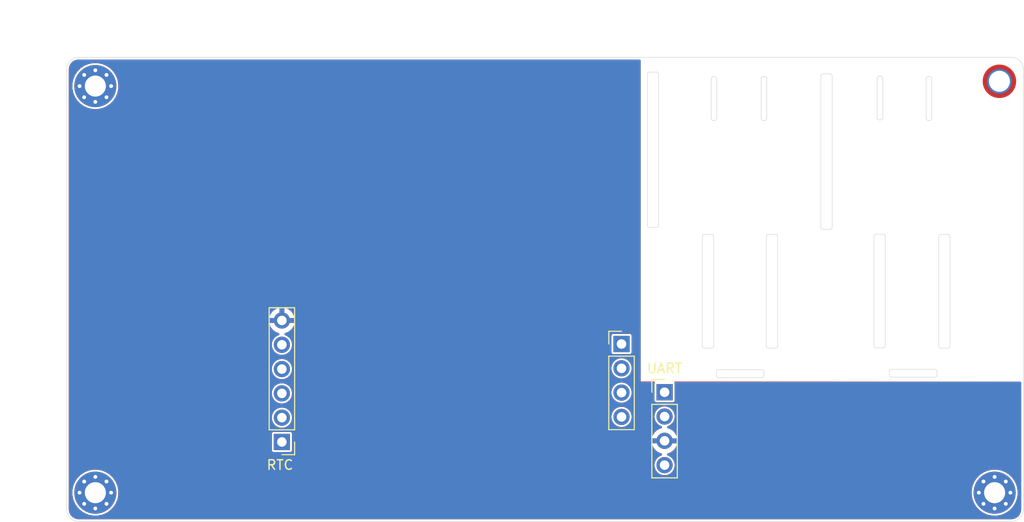
<source format=kicad_pcb>
(kicad_pcb (version 20171130) (host pcbnew 5.1.9-73d0e3b20d~88~ubuntu18.04.1)

  (general
    (thickness 1.6)
    (drawings 106)
    (tracks 0)
    (zones 0)
    (modules 7)
    (nets 9)
  )

  (page A4)
  (title_block
    (date 2021-03-25)
    (rev 1)
  )

  (layers
    (0 F.Cu signal)
    (31 B.Cu signal)
    (32 B.Adhes user)
    (33 F.Adhes user)
    (34 B.Paste user)
    (35 F.Paste user)
    (36 B.SilkS user)
    (37 F.SilkS user)
    (38 B.Mask user)
    (39 F.Mask user)
    (40 Dwgs.User user)
    (41 Cmts.User user)
    (42 Eco1.User user)
    (43 Eco2.User user)
    (44 Edge.Cuts user)
    (45 Margin user)
    (46 B.CrtYd user)
    (47 F.CrtYd user)
    (48 B.Fab user)
    (49 F.Fab user)
  )

  (setup
    (last_trace_width 0.25)
    (trace_clearance 0.2)
    (zone_clearance 0.2)
    (zone_45_only no)
    (trace_min 0.2)
    (via_size 0.8)
    (via_drill 0.4)
    (via_min_size 0.4)
    (via_min_drill 0.3)
    (uvia_size 0.3)
    (uvia_drill 0.1)
    (uvias_allowed no)
    (uvia_min_size 0.2)
    (uvia_min_drill 0.1)
    (edge_width 0.05)
    (segment_width 0.2)
    (pcb_text_width 0.3)
    (pcb_text_size 1.5 1.5)
    (mod_edge_width 0.12)
    (mod_text_size 1 1)
    (mod_text_width 0.15)
    (pad_size 1.524 1.524)
    (pad_drill 0.762)
    (pad_to_mask_clearance 0)
    (aux_axis_origin 0 0)
    (grid_origin 97.5 70.5)
    (visible_elements FFFFEF7F)
    (pcbplotparams
      (layerselection 0x010f0_ffffffff)
      (usegerberextensions false)
      (usegerberattributes false)
      (usegerberadvancedattributes false)
      (creategerberjobfile false)
      (excludeedgelayer true)
      (linewidth 0.100000)
      (plotframeref false)
      (viasonmask false)
      (mode 1)
      (useauxorigin false)
      (hpglpennumber 1)
      (hpglpenspeed 20)
      (hpglpendiameter 15.000000)
      (psnegative false)
      (psa4output false)
      (plotreference true)
      (plotvalue false)
      (plotinvisibletext false)
      (padsonsilk true)
      (subtractmaskfromsilk false)
      (outputformat 1)
      (mirror false)
      (drillshape 0)
      (scaleselection 1)
      (outputdirectory "gerber/single/"))
  )

  (net 0 "")
  (net 1 GND)
  (net 2 +3V3)
  (net 3 "Net-(J101-Pad1)")
  (net 4 "Net-(J101-Pad2)")
  (net 5 /L-SDL)
  (net 6 /L-SDA)
  (net 7 /RX)
  (net 8 /TX)

  (net_class Default "This is the default net class."
    (clearance 0.2)
    (trace_width 0.25)
    (via_dia 0.8)
    (via_drill 0.4)
    (uvia_dia 0.3)
    (uvia_drill 0.1)
    (add_net /L-SDA)
    (add_net /L-SDL)
    (add_net /RX)
    (add_net /TX)
    (add_net GND)
    (add_net "Net-(J101-Pad1)")
    (add_net "Net-(J101-Pad2)")
  )

  (net_class "AC Main" ""
    (clearance 0.2)
    (trace_width 0.25)
    (via_dia 0.8)
    (via_drill 0.4)
    (uvia_dia 0.3)
    (uvia_drill 0.1)
  )

  (net_class "Power 2A" ""
    (clearance 0.2)
    (trace_width 0.7)
    (via_dia 0.8)
    (via_drill 0.4)
    (uvia_dia 0.3)
    (uvia_drill 0.1)
    (add_net +3V3)
  )

  (module Connector_PinHeader_2.54mm:PinHeader_1x06_P2.54mm_Vertical locked (layer F.Cu) (tedit 59FED5CC) (tstamp 605AF3D0)
    (at 120 110.7 180)
    (descr "Through hole straight pin header, 1x06, 2.54mm pitch, single row")
    (tags "Through hole pin header THT 1x06 2.54mm single row")
    (path /60626341)
    (fp_text reference J101 (at 0 -2.33) (layer F.SilkS) hide
      (effects (font (size 1 1) (thickness 0.15)))
    )
    (fp_text value RTC (at 0.2 -2.4) (layer F.SilkS)
      (effects (font (size 1 1) (thickness 0.15)))
    )
    (fp_line (start 1.8 -1.8) (end -1.8 -1.8) (layer F.CrtYd) (width 0.05))
    (fp_line (start 1.8 14.5) (end 1.8 -1.8) (layer F.CrtYd) (width 0.05))
    (fp_line (start -1.8 14.5) (end 1.8 14.5) (layer F.CrtYd) (width 0.05))
    (fp_line (start -1.8 -1.8) (end -1.8 14.5) (layer F.CrtYd) (width 0.05))
    (fp_line (start -1.33 -1.33) (end 0 -1.33) (layer F.SilkS) (width 0.12))
    (fp_line (start -1.33 0) (end -1.33 -1.33) (layer F.SilkS) (width 0.12))
    (fp_line (start -1.33 1.27) (end 1.33 1.27) (layer F.SilkS) (width 0.12))
    (fp_line (start 1.33 1.27) (end 1.33 14.03) (layer F.SilkS) (width 0.12))
    (fp_line (start -1.33 1.27) (end -1.33 14.03) (layer F.SilkS) (width 0.12))
    (fp_line (start -1.33 14.03) (end 1.33 14.03) (layer F.SilkS) (width 0.12))
    (fp_line (start -1.27 -0.635) (end -0.635 -1.27) (layer F.Fab) (width 0.1))
    (fp_line (start -1.27 13.97) (end -1.27 -0.635) (layer F.Fab) (width 0.1))
    (fp_line (start 1.27 13.97) (end -1.27 13.97) (layer F.Fab) (width 0.1))
    (fp_line (start 1.27 -1.27) (end 1.27 13.97) (layer F.Fab) (width 0.1))
    (fp_line (start -0.635 -1.27) (end 1.27 -1.27) (layer F.Fab) (width 0.1))
    (fp_text user %R (at 0 6.35 90) (layer F.Fab) hide
      (effects (font (size 1 1) (thickness 0.15)))
    )
    (pad 1 thru_hole rect (at 0 0 180) (size 1.7 1.7) (drill 1) (layers *.Cu *.Mask)
      (net 3 "Net-(J101-Pad1)"))
    (pad 2 thru_hole oval (at 0 2.54 180) (size 1.7 1.7) (drill 1) (layers *.Cu *.Mask)
      (net 4 "Net-(J101-Pad2)"))
    (pad 3 thru_hole oval (at 0 5.08 180) (size 1.7 1.7) (drill 1) (layers *.Cu *.Mask)
      (net 5 /L-SDL))
    (pad 4 thru_hole oval (at 0 7.62 180) (size 1.7 1.7) (drill 1) (layers *.Cu *.Mask)
      (net 6 /L-SDA))
    (pad 5 thru_hole oval (at 0 10.16 180) (size 1.7 1.7) (drill 1) (layers *.Cu *.Mask)
      (net 2 +3V3))
    (pad 6 thru_hole oval (at 0 12.7 180) (size 1.7 1.7) (drill 1) (layers *.Cu *.Mask)
      (net 1 GND))
    (model "/home/cs-du/Documents/Kicad Libs/3D-Models/ds3231-real-time-timer-1.snapshot.2/DS3231 Timer Assembly.stp"
      (offset (xyz -41.75 -3.3 2))
      (scale (xyz 1 1 1))
      (rotate (xyz 0 180 0))
    )
  )

  (module MountingHole:MountingHole_2.2mm_M2_ISO7380_Pad_TopOnly locked (layer F.Cu) (tedit 56D1B4CB) (tstamp 605C826E)
    (at 195 73)
    (descr "Mounting Hole 2.2mm, M2, ISO7380")
    (tags "mounting hole 2.2mm m2 iso7380")
    (attr virtual)
    (fp_text reference REF** (at 0 -3.2) (layer F.SilkS) hide
      (effects (font (size 1 1) (thickness 0.15)))
    )
    (fp_text value MountingHole_2.2mm_M2_ISO7380_Pad_TopOnly (at 0 3.2) (layer F.Fab) hide
      (effects (font (size 1 1) (thickness 0.15)))
    )
    (fp_circle (center 0 0) (end 1.75 0) (layer Cmts.User) (width 0.15))
    (fp_circle (center 0 0) (end 2 0) (layer F.CrtYd) (width 0.05))
    (fp_text user %R (at 0.3 0) (layer F.Fab) hide
      (effects (font (size 1 1) (thickness 0.15)))
    )
    (pad 1 connect circle (at 0 0) (size 3.5 3.5) (layers F.Cu F.Mask))
    (pad 1 thru_hole circle (at 0 0) (size 2.6 2.6) (drill 2.2) (layers *.Cu *.Mask))
  )

  (module Connector_PinHeader_2.54mm:PinHeader_1x04_P2.54mm_Vertical locked (layer F.Cu) (tedit 59FED5CC) (tstamp 605AAAAE)
    (at 155.5 100.46)
    (descr "Through hole straight pin header, 1x04, 2.54mm pitch, single row")
    (tags "Through hole pin header THT 1x04 2.54mm single row")
    (fp_text reference REF** (at 0 -2.33) (layer F.SilkS) hide
      (effects (font (size 1 1) (thickness 0.15)))
    )
    (fp_text value PinHeader_1x04_P2.54mm_Vertical (at 0 9.95) (layer F.Fab) hide
      (effects (font (size 1 1) (thickness 0.15)))
    )
    (fp_line (start 1.8 -1.8) (end -1.8 -1.8) (layer F.CrtYd) (width 0.05))
    (fp_line (start 1.8 9.4) (end 1.8 -1.8) (layer F.CrtYd) (width 0.05))
    (fp_line (start -1.8 9.4) (end 1.8 9.4) (layer F.CrtYd) (width 0.05))
    (fp_line (start -1.8 -1.8) (end -1.8 9.4) (layer F.CrtYd) (width 0.05))
    (fp_line (start -1.33 -1.33) (end 0 -1.33) (layer F.SilkS) (width 0.12))
    (fp_line (start -1.33 0) (end -1.33 -1.33) (layer F.SilkS) (width 0.12))
    (fp_line (start -1.33 1.27) (end 1.33 1.27) (layer F.SilkS) (width 0.12))
    (fp_line (start 1.33 1.27) (end 1.33 8.95) (layer F.SilkS) (width 0.12))
    (fp_line (start -1.33 1.27) (end -1.33 8.95) (layer F.SilkS) (width 0.12))
    (fp_line (start -1.33 8.95) (end 1.33 8.95) (layer F.SilkS) (width 0.12))
    (fp_line (start -1.27 -0.635) (end -0.635 -1.27) (layer F.Fab) (width 0.1))
    (fp_line (start -1.27 8.89) (end -1.27 -0.635) (layer F.Fab) (width 0.1))
    (fp_line (start 1.27 8.89) (end -1.27 8.89) (layer F.Fab) (width 0.1))
    (fp_line (start 1.27 -1.27) (end 1.27 8.89) (layer F.Fab) (width 0.1))
    (fp_line (start -0.635 -1.27) (end 1.27 -1.27) (layer F.Fab) (width 0.1))
    (fp_text user %R (at 0 3.81 90) (layer F.Fab) hide
      (effects (font (size 1 1) (thickness 0.15)))
    )
    (pad 4 thru_hole oval (at 0 7.62) (size 1.7 1.7) (drill 1) (layers *.Cu *.Mask))
    (pad 3 thru_hole oval (at 0 5.08) (size 1.7 1.7) (drill 1) (layers *.Cu *.Mask))
    (pad 2 thru_hole oval (at 0 2.54) (size 1.7 1.7) (drill 1) (layers *.Cu *.Mask))
    (pad 1 thru_hole rect (at 0 0) (size 1.7 1.7) (drill 1) (layers *.Cu *.Mask))
    (model ${KISYS3DMOD}/Connector_PinHeader_2.54mm.3dshapes/PinHeader_1x04_P2.54mm_Vertical.wrl
      (at (xyz 0 0 0))
      (scale (xyz 1 1 1))
      (rotate (xyz 0 0 0))
    )
  )

  (module MountingHole:MountingHole_2.2mm_M2_Pad_Via locked (layer F.Cu) (tedit 56DDB9C7) (tstamp 605B691E)
    (at 100.5 73.5)
    (descr "Mounting Hole 2.2mm, M2")
    (tags "mounting hole 2.2mm m2")
    (attr virtual)
    (fp_text reference REF** (at 0 -3.2) (layer F.SilkS) hide
      (effects (font (size 1 1) (thickness 0.15)))
    )
    (fp_text value MountingHole_2.2mm_M2_Pad_Via (at 0 3.2) (layer F.Fab) hide
      (effects (font (size 1 1) (thickness 0.15)))
    )
    (fp_circle (center 0 0) (end 2.2 0) (layer Cmts.User) (width 0.15))
    (fp_circle (center 0 0) (end 2.45 0) (layer F.CrtYd) (width 0.05))
    (fp_text user %R (at 0.3 0) (layer F.Fab) hide
      (effects (font (size 1 1) (thickness 0.15)))
    )
    (pad 1 thru_hole circle (at 0 0) (size 4.4 4.4) (drill 2.2) (layers *.Cu *.Mask))
    (pad 1 thru_hole circle (at 1.65 0) (size 0.7 0.7) (drill 0.4) (layers *.Cu *.Mask))
    (pad 1 thru_hole circle (at 1.166726 1.166726) (size 0.7 0.7) (drill 0.4) (layers *.Cu *.Mask))
    (pad 1 thru_hole circle (at 0 1.65) (size 0.7 0.7) (drill 0.4) (layers *.Cu *.Mask))
    (pad 1 thru_hole circle (at -1.166726 1.166726) (size 0.7 0.7) (drill 0.4) (layers *.Cu *.Mask))
    (pad 1 thru_hole circle (at -1.65 0) (size 0.7 0.7) (drill 0.4) (layers *.Cu *.Mask))
    (pad 1 thru_hole circle (at -1.166726 -1.166726) (size 0.7 0.7) (drill 0.4) (layers *.Cu *.Mask))
    (pad 1 thru_hole circle (at 0 -1.65) (size 0.7 0.7) (drill 0.4) (layers *.Cu *.Mask))
    (pad 1 thru_hole circle (at 1.166726 -1.166726) (size 0.7 0.7) (drill 0.4) (layers *.Cu *.Mask))
  )

  (module MountingHole:MountingHole_2.2mm_M2_Pad_Via locked (layer F.Cu) (tedit 56DDB9C7) (tstamp 605B677E)
    (at 100.5 116)
    (descr "Mounting Hole 2.2mm, M2")
    (tags "mounting hole 2.2mm m2")
    (attr virtual)
    (fp_text reference REF** (at 0 -3.2) (layer F.SilkS) hide
      (effects (font (size 1 1) (thickness 0.15)))
    )
    (fp_text value MountingHole_2.2mm_M2_Pad_Via (at 0 3.2) (layer F.Fab) hide
      (effects (font (size 1 1) (thickness 0.15)))
    )
    (fp_circle (center 0 0) (end 2.2 0) (layer Cmts.User) (width 0.15))
    (fp_circle (center 0 0) (end 2.45 0) (layer F.CrtYd) (width 0.05))
    (fp_text user %R (at 0.3 0) (layer F.Fab) hide
      (effects (font (size 1 1) (thickness 0.15)))
    )
    (pad 1 thru_hole circle (at 1.166726 -1.166726) (size 0.7 0.7) (drill 0.4) (layers *.Cu *.Mask))
    (pad 1 thru_hole circle (at 0 -1.65) (size 0.7 0.7) (drill 0.4) (layers *.Cu *.Mask))
    (pad 1 thru_hole circle (at -1.166726 -1.166726) (size 0.7 0.7) (drill 0.4) (layers *.Cu *.Mask))
    (pad 1 thru_hole circle (at -1.65 0) (size 0.7 0.7) (drill 0.4) (layers *.Cu *.Mask))
    (pad 1 thru_hole circle (at -1.166726 1.166726) (size 0.7 0.7) (drill 0.4) (layers *.Cu *.Mask))
    (pad 1 thru_hole circle (at 0 1.65) (size 0.7 0.7) (drill 0.4) (layers *.Cu *.Mask))
    (pad 1 thru_hole circle (at 1.166726 1.166726) (size 0.7 0.7) (drill 0.4) (layers *.Cu *.Mask))
    (pad 1 thru_hole circle (at 1.65 0) (size 0.7 0.7) (drill 0.4) (layers *.Cu *.Mask))
    (pad 1 thru_hole circle (at 0 0) (size 4.4 4.4) (drill 2.2) (layers *.Cu *.Mask))
  )

  (module MountingHole:MountingHole_2.2mm_M2_Pad_Via locked (layer F.Cu) (tedit 56DDB9C7) (tstamp 605B671A)
    (at 194.5 116)
    (descr "Mounting Hole 2.2mm, M2")
    (tags "mounting hole 2.2mm m2")
    (attr virtual)
    (fp_text reference REF** (at 0 -3.2) (layer F.SilkS) hide
      (effects (font (size 1 1) (thickness 0.15)))
    )
    (fp_text value MountingHole_2.2mm_M2_Pad_Via (at 0 3.2) (layer F.Fab) hide
      (effects (font (size 1 1) (thickness 0.15)))
    )
    (fp_circle (center 0 0) (end 2.2 0) (layer Cmts.User) (width 0.15))
    (fp_circle (center 0 0) (end 2.45 0) (layer F.CrtYd) (width 0.05))
    (fp_text user %R (at 0.3 0) (layer F.Fab) hide
      (effects (font (size 1 1) (thickness 0.15)))
    )
    (pad 1 thru_hole circle (at 0 0) (size 4.4 4.4) (drill 2.2) (layers *.Cu *.Mask))
    (pad 1 thru_hole circle (at 1.65 0) (size 0.7 0.7) (drill 0.4) (layers *.Cu *.Mask))
    (pad 1 thru_hole circle (at 1.166726 1.166726) (size 0.7 0.7) (drill 0.4) (layers *.Cu *.Mask))
    (pad 1 thru_hole circle (at 0 1.65) (size 0.7 0.7) (drill 0.4) (layers *.Cu *.Mask))
    (pad 1 thru_hole circle (at -1.166726 1.166726) (size 0.7 0.7) (drill 0.4) (layers *.Cu *.Mask))
    (pad 1 thru_hole circle (at -1.65 0) (size 0.7 0.7) (drill 0.4) (layers *.Cu *.Mask))
    (pad 1 thru_hole circle (at -1.166726 -1.166726) (size 0.7 0.7) (drill 0.4) (layers *.Cu *.Mask))
    (pad 1 thru_hole circle (at 0 -1.65) (size 0.7 0.7) (drill 0.4) (layers *.Cu *.Mask))
    (pad 1 thru_hole circle (at 1.166726 -1.166726) (size 0.7 0.7) (drill 0.4) (layers *.Cu *.Mask))
  )

  (module Connector_PinHeader_2.54mm:PinHeader_1x04_P2.54mm_Vertical locked (layer F.Cu) (tedit 59FED5CC) (tstamp 605AF3E8)
    (at 160 105.5)
    (descr "Through hole straight pin header, 1x04, 2.54mm pitch, single row")
    (tags "Through hole pin header THT 1x04 2.54mm single row")
    (path /605BB00E)
    (fp_text reference J102 (at 0 -2.33) (layer F.SilkS) hide
      (effects (font (size 1 1) (thickness 0.15)))
    )
    (fp_text value UART (at 0 -2.5) (layer F.SilkS)
      (effects (font (size 1 1) (thickness 0.15)))
    )
    (fp_line (start -0.635 -1.27) (end 1.27 -1.27) (layer F.Fab) (width 0.1))
    (fp_line (start 1.27 -1.27) (end 1.27 8.89) (layer F.Fab) (width 0.1))
    (fp_line (start 1.27 8.89) (end -1.27 8.89) (layer F.Fab) (width 0.1))
    (fp_line (start -1.27 8.89) (end -1.27 -0.635) (layer F.Fab) (width 0.1))
    (fp_line (start -1.27 -0.635) (end -0.635 -1.27) (layer F.Fab) (width 0.1))
    (fp_line (start -1.33 8.95) (end 1.33 8.95) (layer F.SilkS) (width 0.12))
    (fp_line (start -1.33 1.27) (end -1.33 8.95) (layer F.SilkS) (width 0.12))
    (fp_line (start 1.33 1.27) (end 1.33 8.95) (layer F.SilkS) (width 0.12))
    (fp_line (start -1.33 1.27) (end 1.33 1.27) (layer F.SilkS) (width 0.12))
    (fp_line (start -1.33 0) (end -1.33 -1.33) (layer F.SilkS) (width 0.12))
    (fp_line (start -1.33 -1.33) (end 0 -1.33) (layer F.SilkS) (width 0.12))
    (fp_line (start -1.8 -1.8) (end -1.8 9.4) (layer F.CrtYd) (width 0.05))
    (fp_line (start -1.8 9.4) (end 1.8 9.4) (layer F.CrtYd) (width 0.05))
    (fp_line (start 1.8 9.4) (end 1.8 -1.8) (layer F.CrtYd) (width 0.05))
    (fp_line (start 1.8 -1.8) (end -1.8 -1.8) (layer F.CrtYd) (width 0.05))
    (fp_text user %R (at 0 3.81 90) (layer F.Fab) hide
      (effects (font (size 1 1) (thickness 0.15)))
    )
    (pad 4 thru_hole oval (at 0 7.62) (size 1.7 1.7) (drill 1) (layers *.Cu *.Mask)
      (net 2 +3V3))
    (pad 3 thru_hole oval (at 0 5.08) (size 1.7 1.7) (drill 1) (layers *.Cu *.Mask)
      (net 1 GND))
    (pad 2 thru_hole oval (at 0 2.54) (size 1.7 1.7) (drill 1) (layers *.Cu *.Mask)
      (net 7 /RX))
    (pad 1 thru_hole rect (at 0 0) (size 1.7 1.7) (drill 1) (layers *.Cu *.Mask)
      (net 8 /TX))
    (model ${KISYS3DMOD}/Connector_PinSocket_2.54mm.3dshapes/PinSocket_1x04_P2.54mm_Vertical.step
      (at (xyz 0 0 0))
      (scale (xyz 1 1 1))
      (rotate (xyz 0 0 0))
    )
    (model "/home/cs-du/Documents/Kicad Libs/3D-Models/hc-05-bluetooth-module-4.snapshot.3/HC-05 Bluetooth Module.stp"
      (offset (xyz -7 44 82))
      (scale (xyz 1 1 1))
      (rotate (xyz 0 90 180))
    )
  )

  (gr_arc (start 177.29 72.45) (end 177.515 72.45) (angle -90) (layer Edge.Cuts) (width 0.05) (tstamp 605C9662))
  (gr_line (start 176.565 72.225) (end 177.29 72.225) (layer Edge.Cuts) (width 0.05) (tstamp 605C9667))
  (gr_line (start 177.515 72.45) (end 177.515 88.25) (layer Edge.Cuts) (width 0.05) (tstamp 605C9666))
  (gr_line (start 177.29 88.475) (end 176.565 88.475) (layer Edge.Cuts) (width 0.05) (tstamp 605C9665))
  (gr_line (start 176.34 88.25) (end 176.34 72.45) (layer Edge.Cuts) (width 0.05) (tstamp 605C9664))
  (gr_arc (start 176.565 72.45) (end 176.565 72.225) (angle -90) (layer Edge.Cuts) (width 0.05) (tstamp 605C6F90))
  (gr_arc (start 176.565 88.25) (end 176.34 88.25) (angle -90) (layer Edge.Cuts) (width 0.05) (tstamp 605C9661))
  (gr_arc (start 177.29 88.25) (end 177.29 88.475) (angle -90) (layer Edge.Cuts) (width 0.05) (tstamp 605C9660))
  (gr_line (start 170.165 103.98) (end 165.645 103.98) (layer Edge.Cuts) (width 0.05) (tstamp 605C180F))
  (gr_arc (start 165.645 103.755) (end 165.42 103.755) (angle -90) (layer Edge.Cuts) (width 0.05) (tstamp 605C1833))
  (gr_arc (start 165.645 103.38) (end 165.645 103.155) (angle -90) (layer Edge.Cuts) (width 0.05) (tstamp 605C1809))
  (gr_line (start 165.42 103.755) (end 165.42 103.38) (layer Edge.Cuts) (width 0.05) (tstamp 605C1830))
  (gr_arc (start 170.165 103.755) (end 170.165 103.98) (angle -90) (layer Edge.Cuts) (width 0.05) (tstamp 605C1803))
  (gr_line (start 170.39 103.38) (end 170.39 103.755) (layer Edge.Cuts) (width 0.05) (tstamp 605C1800))
  (gr_arc (start 170.165 103.38) (end 170.39 103.38) (angle -90) (layer Edge.Cuts) (width 0.05) (tstamp 605C17FD))
  (gr_line (start 165.645 103.155) (end 170.165 103.155) (layer Edge.Cuts) (width 0.05) (tstamp 605C17FA))
  (gr_line (start 189.61 100.895) (end 188.885 100.895) (layer Edge.Cuts) (width 0.05) (tstamp 605C729A))
  (gr_line (start 188.885 89.005) (end 189.61 89.005) (layer Edge.Cuts) (width 0.05) (tstamp 605C7297))
  (gr_line (start 189.835 89.23) (end 189.835 100.67) (layer Edge.Cuts) (width 0.05) (tstamp 605C7294))
  (gr_line (start 188.66 100.67) (end 188.66 89.23) (layer Edge.Cuts) (width 0.05) (tstamp 605C7291))
  (gr_arc (start 188.885 89.23) (end 188.885 89.005) (angle -90) (layer Edge.Cuts) (width 0.05) (tstamp 605C728E))
  (gr_arc (start 188.885 100.67) (end 188.66 100.67) (angle -90) (layer Edge.Cuts) (width 0.05) (tstamp 605C728B))
  (gr_arc (start 189.61 89.23) (end 189.835 89.23) (angle -90) (layer Edge.Cuts) (width 0.05) (tstamp 605C7288))
  (gr_arc (start 189.61 100.67) (end 189.61 100.895) (angle -90) (layer Edge.Cuts) (width 0.05) (tstamp 605C7285))
  (gr_line (start 182.84 100.865) (end 182.115 100.865) (layer Edge.Cuts) (width 0.05) (tstamp 605C7282))
  (gr_line (start 182.115 88.975) (end 182.84 88.975) (layer Edge.Cuts) (width 0.05) (tstamp 605C727F))
  (gr_line (start 183.065 89.2) (end 183.065 100.64) (layer Edge.Cuts) (width 0.05) (tstamp 605C727C))
  (gr_line (start 181.89 100.64) (end 181.89 89.2) (layer Edge.Cuts) (width 0.05) (tstamp 605C7279))
  (gr_arc (start 182.115 89.2) (end 182.115 88.975) (angle -90) (layer Edge.Cuts) (width 0.05) (tstamp 605C7276))
  (gr_arc (start 182.115 100.64) (end 181.89 100.64) (angle -90) (layer Edge.Cuts) (width 0.05) (tstamp 605C7273))
  (gr_arc (start 182.84 89.2) (end 183.065 89.2) (angle -90) (layer Edge.Cuts) (width 0.05) (tstamp 605C7270))
  (gr_arc (start 182.84 100.64) (end 182.84 100.865) (angle -90) (layer Edge.Cuts) (width 0.05) (tstamp 605C726D))
  (gr_line (start 171.59 100.895) (end 170.865 100.895) (layer Edge.Cuts) (width 0.05) (tstamp 605C726A))
  (gr_line (start 170.865 89.005) (end 171.59 89.005) (layer Edge.Cuts) (width 0.05) (tstamp 605C7267))
  (gr_line (start 171.815 89.23) (end 171.815 100.67) (layer Edge.Cuts) (width 0.05) (tstamp 605C7264))
  (gr_line (start 170.64 100.67) (end 170.64 89.23) (layer Edge.Cuts) (width 0.05) (tstamp 605C7261))
  (gr_arc (start 170.865 89.23) (end 170.865 89.005) (angle -90) (layer Edge.Cuts) (width 0.05) (tstamp 605C725E))
  (gr_arc (start 170.865 100.67) (end 170.64 100.67) (angle -90) (layer Edge.Cuts) (width 0.05) (tstamp 605C725B))
  (gr_arc (start 171.59 89.23) (end 171.815 89.23) (angle -90) (layer Edge.Cuts) (width 0.05) (tstamp 605C7258))
  (gr_arc (start 171.59 100.67) (end 171.59 100.895) (angle -90) (layer Edge.Cuts) (width 0.05) (tstamp 605C7255))
  (gr_line (start 164.175 89.005) (end 164.9 89.005) (layer Edge.Cuts) (width 0.05) (tstamp 605C7252))
  (gr_line (start 165.125 89.23) (end 165.125 100.67) (layer Edge.Cuts) (width 0.05) (tstamp 605C724F))
  (gr_line (start 164.9 100.895) (end 164.175 100.895) (layer Edge.Cuts) (width 0.05) (tstamp 605C724C))
  (gr_line (start 163.95 100.67) (end 163.95 89.23) (layer Edge.Cuts) (width 0.05) (tstamp 605C7249))
  (gr_arc (start 164.175 89.23) (end 164.175 89.005) (angle -90) (layer Edge.Cuts) (width 0.05) (tstamp 605C7246))
  (gr_arc (start 164.9 89.23) (end 165.125 89.23) (angle -90) (layer Edge.Cuts) (width 0.05) (tstamp 605C7243))
  (gr_arc (start 164.175 100.67) (end 163.95 100.67) (angle -90) (layer Edge.Cuts) (width 0.05) (tstamp 605C7240))
  (gr_arc (start 164.9 100.67) (end 164.9 100.895) (angle -90) (layer Edge.Cuts) (width 0.05) (tstamp 605C723D))
  (gr_arc (start 188.25 103.7) (end 188.25 103.925) (angle -90) (layer Edge.Cuts) (width 0.05) (tstamp 605C804F))
  (gr_arc (start 183.73 103.7) (end 183.505 103.7) (angle -90) (layer Edge.Cuts) (width 0.05) (tstamp 605C8957))
  (gr_arc (start 183.73 103.325) (end 183.73 103.1) (angle -90) (layer Edge.Cuts) (width 0.05) (tstamp 605C895A))
  (gr_line (start 183.73 103.1) (end 188.25 103.1) (layer Edge.Cuts) (width 0.05) (tstamp 605C8960))
  (gr_line (start 183.505 103.7) (end 183.505 103.325) (layer Edge.Cuts) (width 0.05) (tstamp 605C895D))
  (gr_arc (start 188.25 103.325) (end 188.475 103.325) (angle -90) (layer Edge.Cuts) (width 0.05) (tstamp 605C804A))
  (gr_line (start 188.25 103.925) (end 183.73 103.925) (layer Edge.Cuts) (width 0.05) (tstamp 605C8954))
  (gr_line (start 188.475 103.325) (end 188.475 103.7) (layer Edge.Cuts) (width 0.05) (tstamp 605C8048))
  (gr_arc (start 187.705 72.725) (end 187.93 72.725) (angle -90) (layer Edge.Cuts) (width 0.05) (tstamp 605C8904))
  (gr_arc (start 187.565 72.73) (end 187.565 72.505) (angle -90) (layer Edge.Cuts) (width 0.05) (tstamp 605C8949))
  (gr_arc (start 187.565 76.86) (end 187.34 76.86) (angle -90) (layer Edge.Cuts) (width 0.05) (tstamp 605C88B9))
  (gr_line (start 187.7 77.085) (end 187.565 77.085) (layer Edge.Cuts) (width 0.05) (tstamp 605C872D))
  (gr_line (start 187.34 76.86) (end 187.34 72.73) (layer Edge.Cuts) (width 0.05) (tstamp 605C881A))
  (gr_arc (start 187.705 76.86) (end 187.705 77.085) (angle -90) (layer Edge.Cuts) (width 0.05) (tstamp 605C888C))
  (gr_line (start 187.565 72.505) (end 187.705 72.5) (layer Edge.Cuts) (width 0.05) (tstamp 605C8919))
  (gr_line (start 187.93 72.725) (end 187.93 76.86) (layer Edge.Cuts) (width 0.05) (tstamp 605C8871))
  (gr_arc (start 182.585 72.675) (end 182.81 72.675) (angle -90) (layer Edge.Cuts) (width 0.05) (tstamp 605C895B))
  (gr_arc (start 182.445 72.68) (end 182.445 72.455) (angle -90) (layer Edge.Cuts) (width 0.05) (tstamp 605C8898))
  (gr_arc (start 182.445 76.81) (end 182.22 76.81) (angle -90) (layer Edge.Cuts) (width 0.05) (tstamp 605C8736))
  (gr_line (start 182.58 77.035) (end 182.445 77.035) (layer Edge.Cuts) (width 0.05) (tstamp 605C887A))
  (gr_line (start 182.22 76.81) (end 182.22 72.68) (layer Edge.Cuts) (width 0.05) (tstamp 605C87F6))
  (gr_arc (start 182.585 76.81) (end 182.585 77.035) (angle -90) (layer Edge.Cuts) (width 0.05) (tstamp 605C8757))
  (gr_line (start 182.445 72.455) (end 182.585 72.45) (layer Edge.Cuts) (width 0.05) (tstamp 605C875A))
  (gr_line (start 182.81 72.675) (end 182.81 76.81) (layer Edge.Cuts) (width 0.05) (tstamp 605C88B6))
  (gr_arc (start 170.455 72.735) (end 170.68 72.735) (angle -90) (layer Edge.Cuts) (width 0.05) (tstamp 605C880E))
  (gr_arc (start 170.315 72.74) (end 170.315 72.515) (angle -90) (layer Edge.Cuts) (width 0.05) (tstamp 605C882C))
  (gr_arc (start 170.315 76.87) (end 170.09 76.87) (angle -90) (layer Edge.Cuts) (width 0.05) (tstamp 605C88A4))
  (gr_line (start 170.45 77.095) (end 170.315 77.095) (layer Edge.Cuts) (width 0.05) (tstamp 605C872A))
  (gr_line (start 170.09 76.87) (end 170.09 72.74) (layer Edge.Cuts) (width 0.05) (tstamp 605C8808))
  (gr_arc (start 170.455 76.87) (end 170.455 77.095) (angle -90) (layer Edge.Cuts) (width 0.05) (tstamp 605C8802))
  (gr_line (start 170.315 72.515) (end 170.455 72.51) (layer Edge.Cuts) (width 0.05) (tstamp 605C87EA))
  (gr_line (start 170.68 72.735) (end 170.68 76.87) (layer Edge.Cuts) (width 0.05) (tstamp 605C8892))
  (gr_arc (start 165.235 72.735) (end 165.46 72.735) (angle -90) (layer Edge.Cuts) (width 0.05) (tstamp 605C8733))
  (gr_arc (start 165.095 72.74) (end 165.095 72.515) (angle -90) (layer Edge.Cuts) (width 0.05) (tstamp 605C8745))
  (gr_line (start 165.23 77.095) (end 165.095 77.095) (layer Edge.Cuts) (width 0.05) (tstamp 605C87ED))
  (gr_arc (start 165.235 76.87) (end 165.235 77.095) (angle -90) (layer Edge.Cuts) (width 0.05) (tstamp 605C88AD))
  (gr_line (start 165.095 72.515) (end 165.235 72.51) (layer Edge.Cuts) (width 0.05) (tstamp 605C8907))
  (gr_arc (start 165.095 76.87) (end 164.87 76.87) (angle -90) (layer Edge.Cuts) (width 0.05) (tstamp 605C8751))
  (gr_line (start 165.46 72.735) (end 165.46 76.87) (layer Edge.Cuts) (width 0.05) (tstamp 605C8937))
  (gr_line (start 164.87 76.87) (end 164.87 72.74) (layer Edge.Cuts) (width 0.05) (tstamp 605C880B))
  (gr_arc (start 159.15 88.06) (end 159.15 88.285) (angle -90) (layer Edge.Cuts) (width 0.05) (tstamp 605C9753))
  (gr_arc (start 158.425 88.06) (end 158.2 88.06) (angle -90) (layer Edge.Cuts) (width 0.05) (tstamp 605C88BC))
  (gr_arc (start 159.15 72.26) (end 159.375 72.26) (angle -90) (layer Edge.Cuts) (width 0.05) (tstamp 605C974D))
  (gr_arc (start 158.425 72.26) (end 158.425 72.035) (angle -90) (layer Edge.Cuts) (width 0.05) (tstamp 605C892E))
  (gr_line (start 158.2 88.06) (end 158.2 72.26) (layer Edge.Cuts) (width 0.05) (tstamp 605C8952))
  (gr_line (start 159.15 88.285) (end 158.425 88.285) (layer Edge.Cuts) (width 0.05) (tstamp 605C9750))
  (gr_line (start 159.375 72.26) (end 159.375 88.06) (layer Edge.Cuts) (width 0.05) (tstamp 605C9759))
  (gr_line (start 158.425 72.035) (end 159.15 72.035) (layer Edge.Cuts) (width 0.05) (tstamp 605C9756))
  (gr_arc (start 196.25 71.75) (end 197.5 71.75) (angle -90) (layer Edge.Cuts) (width 0.05) (tstamp 605B513B))
  (gr_arc (start 196.25 117.75) (end 196.25 119) (angle -90) (layer Edge.Cuts) (width 0.05) (tstamp 605B512E))
  (gr_arc (start 98.75 117.75) (end 97.5 117.75) (angle -90) (layer Edge.Cuts) (width 0.05) (tstamp 605B512E))
  (gr_arc (start 98.75 71.75) (end 98.75 70.5) (angle -90) (layer Edge.Cuts) (width 0.05))
  (gr_line (start 196.25 70.5) (end 98.75 70.5) (layer Edge.Cuts) (width 0.05) (tstamp 605C099E))
  (gr_line (start 197.5 117.75) (end 197.5 71.75) (layer Edge.Cuts) (width 0.05) (tstamp 605B2A12))
  (gr_line (start 98.75 119) (end 196.25 119) (layer Edge.Cuts) (width 0.05) (tstamp 605A3E51))
  (gr_line (start 97.5 71.75) (end 97.5 117.75) (layer Edge.Cuts) (width 0.05) (tstamp 605B2DA7))
  (dimension 48.5 (width 0.15) (layer Dwgs.User) (tstamp 605C0837)
    (gr_text "48,500 mm" (at 94.2 94.75 270) (layer Dwgs.User) (tstamp 605C0837)
      (effects (font (size 1 1) (thickness 0.15)))
    )
    (feature1 (pts (xy 97.5 119) (xy 94.913579 119)))
    (feature2 (pts (xy 97.5 70.5) (xy 94.913579 70.5)))
    (crossbar (pts (xy 95.5 70.5) (xy 95.5 119)))
    (arrow1a (pts (xy 95.5 119) (xy 94.913579 117.873496)))
    (arrow1b (pts (xy 95.5 119) (xy 96.086421 117.873496)))
    (arrow2a (pts (xy 95.5 70.5) (xy 94.913579 71.626504)))
    (arrow2b (pts (xy 95.5 70.5) (xy 96.086421 71.626504)))
  )
  (dimension 100 (width 0.15) (layer Dwgs.User) (tstamp 605B2788)
    (gr_text "100,000 mm" (at 147.5 65.2) (layer Dwgs.User) (tstamp 605B2788)
      (effects (font (size 1 1) (thickness 0.15)))
    )
    (feature1 (pts (xy 197.5 70.5) (xy 197.5 65.913579)))
    (feature2 (pts (xy 97.5 70.5) (xy 97.5 65.913579)))
    (crossbar (pts (xy 97.5 66.5) (xy 197.5 66.5)))
    (arrow1a (pts (xy 197.5 66.5) (xy 196.373496 67.086421)))
    (arrow1b (pts (xy 197.5 66.5) (xy 196.373496 65.913579)))
    (arrow2a (pts (xy 97.5 66.5) (xy 98.626504 67.086421)))
    (arrow2b (pts (xy 97.5 66.5) (xy 98.626504 65.913579)))
  )

  (zone (net 1) (net_name GND) (layer F.Cu) (tstamp 605FA401) (hatch edge 0.508)
    (connect_pads (clearance 0.2))
    (min_thickness 0.254)
    (fill yes (arc_segments 32) (thermal_gap 0.508) (thermal_bridge_width 0.508))
    (polygon
      (pts
        (xy 157.5 70.5) (xy 157.5 104.375) (xy 197.5 104.4) (xy 197.5 119) (xy 97.5 119)
        (xy 97.5 70.5)
      )
    )
    (filled_polygon
      (pts
        (xy 157.373 104.375) (xy 157.37544 104.399776) (xy 157.382667 104.423601) (xy 157.394403 104.445557) (xy 157.410197 104.464803)
        (xy 157.429443 104.480597) (xy 157.451399 104.492333) (xy 157.475224 104.49956) (xy 157.499921 104.502) (xy 158.857873 104.502849)
        (xy 158.84643 104.524257) (xy 158.827732 104.585897) (xy 158.821418 104.65) (xy 158.821418 106.35) (xy 158.827732 106.414103)
        (xy 158.84643 106.475743) (xy 158.876794 106.53255) (xy 158.917657 106.582343) (xy 158.96745 106.623206) (xy 159.024257 106.65357)
        (xy 159.085897 106.672268) (xy 159.15 106.678582) (xy 160.85 106.678582) (xy 160.914103 106.672268) (xy 160.975743 106.65357)
        (xy 161.03255 106.623206) (xy 161.082343 106.582343) (xy 161.123206 106.53255) (xy 161.15357 106.475743) (xy 161.172268 106.414103)
        (xy 161.178582 106.35) (xy 161.178582 104.65) (xy 161.172268 104.585897) (xy 161.15357 104.524257) (xy 161.14289 104.504277)
        (xy 197.148 104.52678) (xy 197.148 117.732785) (xy 197.129242 117.924092) (xy 197.07868 118.091563) (xy 196.996558 118.246011)
        (xy 196.885997 118.381572) (xy 196.751212 118.493076) (xy 196.597335 118.576277) (xy 196.43023 118.628004) (xy 196.23999 118.648)
        (xy 98.767215 118.648) (xy 98.575908 118.629242) (xy 98.408437 118.57868) (xy 98.253989 118.496558) (xy 98.118428 118.385997)
        (xy 98.006924 118.251212) (xy 97.923723 118.097335) (xy 97.871996 117.93023) (xy 97.852 117.73999) (xy 97.852 115.751112)
        (xy 97.973 115.751112) (xy 97.973 116.248888) (xy 98.070111 116.737099) (xy 98.260602 117.196983) (xy 98.537151 117.610869)
        (xy 98.889131 117.962849) (xy 99.303017 118.239398) (xy 99.762901 118.429889) (xy 100.251112 118.527) (xy 100.748888 118.527)
        (xy 101.237099 118.429889) (xy 101.696983 118.239398) (xy 102.110869 117.962849) (xy 102.462849 117.610869) (xy 102.739398 117.196983)
        (xy 102.929889 116.737099) (xy 103.027 116.248888) (xy 103.027 115.751112) (xy 191.973 115.751112) (xy 191.973 116.248888)
        (xy 192.070111 116.737099) (xy 192.260602 117.196983) (xy 192.537151 117.610869) (xy 192.889131 117.962849) (xy 193.303017 118.239398)
        (xy 193.762901 118.429889) (xy 194.251112 118.527) (xy 194.748888 118.527) (xy 195.237099 118.429889) (xy 195.696983 118.239398)
        (xy 196.110869 117.962849) (xy 196.462849 117.610869) (xy 196.739398 117.196983) (xy 196.929889 116.737099) (xy 197.027 116.248888)
        (xy 197.027 115.751112) (xy 196.929889 115.262901) (xy 196.739398 114.803017) (xy 196.462849 114.389131) (xy 196.110869 114.037151)
        (xy 195.696983 113.760602) (xy 195.237099 113.570111) (xy 194.748888 113.473) (xy 194.251112 113.473) (xy 193.762901 113.570111)
        (xy 193.303017 113.760602) (xy 192.889131 114.037151) (xy 192.537151 114.389131) (xy 192.260602 114.803017) (xy 192.070111 115.262901)
        (xy 191.973 115.751112) (xy 103.027 115.751112) (xy 102.929889 115.262901) (xy 102.739398 114.803017) (xy 102.462849 114.389131)
        (xy 102.110869 114.037151) (xy 101.696983 113.760602) (xy 101.237099 113.570111) (xy 100.748888 113.473) (xy 100.251112 113.473)
        (xy 99.762901 113.570111) (xy 99.303017 113.760602) (xy 98.889131 114.037151) (xy 98.537151 114.389131) (xy 98.260602 114.803017)
        (xy 98.070111 115.262901) (xy 97.973 115.751112) (xy 97.852 115.751112) (xy 97.852 109.85) (xy 118.821418 109.85)
        (xy 118.821418 111.55) (xy 118.827732 111.614103) (xy 118.84643 111.675743) (xy 118.876794 111.73255) (xy 118.917657 111.782343)
        (xy 118.96745 111.823206) (xy 119.024257 111.85357) (xy 119.085897 111.872268) (xy 119.15 111.878582) (xy 120.85 111.878582)
        (xy 120.914103 111.872268) (xy 120.975743 111.85357) (xy 121.03255 111.823206) (xy 121.082343 111.782343) (xy 121.123206 111.73255)
        (xy 121.15357 111.675743) (xy 121.172268 111.614103) (xy 121.178582 111.55) (xy 121.178582 110.93689) (xy 158.558524 110.93689)
        (xy 158.603175 111.084099) (xy 158.728359 111.34692) (xy 158.902412 111.580269) (xy 159.118645 111.775178) (xy 159.368748 111.924157)
        (xy 159.607179 112.008736) (xy 159.442481 112.076956) (xy 159.249706 112.205764) (xy 159.085764 112.369706) (xy 158.956956 112.562481)
        (xy 158.868231 112.776682) (xy 158.823 113.004076) (xy 158.823 113.235924) (xy 158.868231 113.463318) (xy 158.956956 113.677519)
        (xy 159.085764 113.870294) (xy 159.249706 114.034236) (xy 159.442481 114.163044) (xy 159.656682 114.251769) (xy 159.884076 114.297)
        (xy 160.115924 114.297) (xy 160.343318 114.251769) (xy 160.557519 114.163044) (xy 160.750294 114.034236) (xy 160.914236 113.870294)
        (xy 161.043044 113.677519) (xy 161.131769 113.463318) (xy 161.177 113.235924) (xy 161.177 113.004076) (xy 161.131769 112.776682)
        (xy 161.043044 112.562481) (xy 160.914236 112.369706) (xy 160.750294 112.205764) (xy 160.557519 112.076956) (xy 160.392821 112.008736)
        (xy 160.631252 111.924157) (xy 160.881355 111.775178) (xy 161.097588 111.580269) (xy 161.271641 111.34692) (xy 161.396825 111.084099)
        (xy 161.441476 110.93689) (xy 161.320155 110.707) (xy 160.127 110.707) (xy 160.127 110.727) (xy 159.873 110.727)
        (xy 159.873 110.707) (xy 158.679845 110.707) (xy 158.558524 110.93689) (xy 121.178582 110.93689) (xy 121.178582 110.22311)
        (xy 158.558524 110.22311) (xy 158.679845 110.453) (xy 159.873 110.453) (xy 159.873 110.433) (xy 160.127 110.433)
        (xy 160.127 110.453) (xy 161.320155 110.453) (xy 161.441476 110.22311) (xy 161.396825 110.075901) (xy 161.271641 109.81308)
        (xy 161.097588 109.579731) (xy 160.881355 109.384822) (xy 160.631252 109.235843) (xy 160.392821 109.151264) (xy 160.557519 109.083044)
        (xy 160.750294 108.954236) (xy 160.914236 108.790294) (xy 161.043044 108.597519) (xy 161.131769 108.383318) (xy 161.177 108.155924)
        (xy 161.177 107.924076) (xy 161.131769 107.696682) (xy 161.043044 107.482481) (xy 160.914236 107.289706) (xy 160.750294 107.125764)
        (xy 160.557519 106.996956) (xy 160.343318 106.908231) (xy 160.115924 106.863) (xy 159.884076 106.863) (xy 159.656682 106.908231)
        (xy 159.442481 106.996956) (xy 159.249706 107.125764) (xy 159.085764 107.289706) (xy 158.956956 107.482481) (xy 158.868231 107.696682)
        (xy 158.823 107.924076) (xy 158.823 108.155924) (xy 158.868231 108.383318) (xy 158.956956 108.597519) (xy 159.085764 108.790294)
        (xy 159.249706 108.954236) (xy 159.442481 109.083044) (xy 159.607179 109.151264) (xy 159.368748 109.235843) (xy 159.118645 109.384822)
        (xy 158.902412 109.579731) (xy 158.728359 109.81308) (xy 158.603175 110.075901) (xy 158.558524 110.22311) (xy 121.178582 110.22311)
        (xy 121.178582 109.85) (xy 121.172268 109.785897) (xy 121.15357 109.724257) (xy 121.123206 109.66745) (xy 121.082343 109.617657)
        (xy 121.03255 109.576794) (xy 120.975743 109.54643) (xy 120.914103 109.527732) (xy 120.85 109.521418) (xy 119.15 109.521418)
        (xy 119.085897 109.527732) (xy 119.024257 109.54643) (xy 118.96745 109.576794) (xy 118.917657 109.617657) (xy 118.876794 109.66745)
        (xy 118.84643 109.724257) (xy 118.827732 109.785897) (xy 118.821418 109.85) (xy 97.852 109.85) (xy 97.852 108.044076)
        (xy 118.823 108.044076) (xy 118.823 108.275924) (xy 118.868231 108.503318) (xy 118.956956 108.717519) (xy 119.085764 108.910294)
        (xy 119.249706 109.074236) (xy 119.442481 109.203044) (xy 119.656682 109.291769) (xy 119.884076 109.337) (xy 120.115924 109.337)
        (xy 120.343318 109.291769) (xy 120.557519 109.203044) (xy 120.750294 109.074236) (xy 120.914236 108.910294) (xy 121.043044 108.717519)
        (xy 121.131769 108.503318) (xy 121.177 108.275924) (xy 121.177 108.044076) (xy 121.161088 107.964076) (xy 154.323 107.964076)
        (xy 154.323 108.195924) (xy 154.368231 108.423318) (xy 154.456956 108.637519) (xy 154.585764 108.830294) (xy 154.749706 108.994236)
        (xy 154.942481 109.123044) (xy 155.156682 109.211769) (xy 155.384076 109.257) (xy 155.615924 109.257) (xy 155.843318 109.211769)
        (xy 156.057519 109.123044) (xy 156.250294 108.994236) (xy 156.414236 108.830294) (xy 156.543044 108.637519) (xy 156.631769 108.423318)
        (xy 156.677 108.195924) (xy 156.677 107.964076) (xy 156.631769 107.736682) (xy 156.543044 107.522481) (xy 156.414236 107.329706)
        (xy 156.250294 107.165764) (xy 156.057519 107.036956) (xy 155.843318 106.948231) (xy 155.615924 106.903) (xy 155.384076 106.903)
        (xy 155.156682 106.948231) (xy 154.942481 107.036956) (xy 154.749706 107.165764) (xy 154.585764 107.329706) (xy 154.456956 107.522481)
        (xy 154.368231 107.736682) (xy 154.323 107.964076) (xy 121.161088 107.964076) (xy 121.131769 107.816682) (xy 121.043044 107.602481)
        (xy 120.914236 107.409706) (xy 120.750294 107.245764) (xy 120.557519 107.116956) (xy 120.343318 107.028231) (xy 120.115924 106.983)
        (xy 119.884076 106.983) (xy 119.656682 107.028231) (xy 119.442481 107.116956) (xy 119.249706 107.245764) (xy 119.085764 107.409706)
        (xy 118.956956 107.602481) (xy 118.868231 107.816682) (xy 118.823 108.044076) (xy 97.852 108.044076) (xy 97.852 105.504076)
        (xy 118.823 105.504076) (xy 118.823 105.735924) (xy 118.868231 105.963318) (xy 118.956956 106.177519) (xy 119.085764 106.370294)
        (xy 119.249706 106.534236) (xy 119.442481 106.663044) (xy 119.656682 106.751769) (xy 119.884076 106.797) (xy 120.115924 106.797)
        (xy 120.343318 106.751769) (xy 120.557519 106.663044) (xy 120.750294 106.534236) (xy 120.914236 106.370294) (xy 121.043044 106.177519)
        (xy 121.131769 105.963318) (xy 121.177 105.735924) (xy 121.177 105.504076) (xy 121.161088 105.424076) (xy 154.323 105.424076)
        (xy 154.323 105.655924) (xy 154.368231 105.883318) (xy 154.456956 106.097519) (xy 154.585764 106.290294) (xy 154.749706 106.454236)
        (xy 154.942481 106.583044) (xy 155.156682 106.671769) (xy 155.384076 106.717) (xy 155.615924 106.717) (xy 155.843318 106.671769)
        (xy 156.057519 106.583044) (xy 156.250294 106.454236) (xy 156.414236 106.290294) (xy 156.543044 106.097519) (xy 156.631769 105.883318)
        (xy 156.677 105.655924) (xy 156.677 105.424076) (xy 156.631769 105.196682) (xy 156.543044 104.982481) (xy 156.414236 104.789706)
        (xy 156.250294 104.625764) (xy 156.057519 104.496956) (xy 155.843318 104.408231) (xy 155.615924 104.363) (xy 155.384076 104.363)
        (xy 155.156682 104.408231) (xy 154.942481 104.496956) (xy 154.749706 104.625764) (xy 154.585764 104.789706) (xy 154.456956 104.982481)
        (xy 154.368231 105.196682) (xy 154.323 105.424076) (xy 121.161088 105.424076) (xy 121.131769 105.276682) (xy 121.043044 105.062481)
        (xy 120.914236 104.869706) (xy 120.750294 104.705764) (xy 120.557519 104.576956) (xy 120.343318 104.488231) (xy 120.115924 104.443)
        (xy 119.884076 104.443) (xy 119.656682 104.488231) (xy 119.442481 104.576956) (xy 119.249706 104.705764) (xy 119.085764 104.869706)
        (xy 118.956956 105.062481) (xy 118.868231 105.276682) (xy 118.823 105.504076) (xy 97.852 105.504076) (xy 97.852 102.964076)
        (xy 118.823 102.964076) (xy 118.823 103.195924) (xy 118.868231 103.423318) (xy 118.956956 103.637519) (xy 119.085764 103.830294)
        (xy 119.249706 103.994236) (xy 119.442481 104.123044) (xy 119.656682 104.211769) (xy 119.884076 104.257) (xy 120.115924 104.257)
        (xy 120.343318 104.211769) (xy 120.557519 104.123044) (xy 120.750294 103.994236) (xy 120.914236 103.830294) (xy 121.043044 103.637519)
        (xy 121.131769 103.423318) (xy 121.177 103.195924) (xy 121.177 102.964076) (xy 121.161088 102.884076) (xy 154.323 102.884076)
        (xy 154.323 103.115924) (xy 154.368231 103.343318) (xy 154.456956 103.557519) (xy 154.585764 103.750294) (xy 154.749706 103.914236)
        (xy 154.942481 104.043044) (xy 155.156682 104.131769) (xy 155.384076 104.177) (xy 155.615924 104.177) (xy 155.843318 104.131769)
        (xy 156.057519 104.043044) (xy 156.250294 103.914236) (xy 156.414236 103.750294) (xy 156.543044 103.557519) (xy 156.631769 103.343318)
        (xy 156.677 103.115924) (xy 156.677 102.884076) (xy 156.631769 102.656682) (xy 156.543044 102.442481) (xy 156.414236 102.249706)
        (xy 156.250294 102.085764) (xy 156.057519 101.956956) (xy 155.843318 101.868231) (xy 155.615924 101.823) (xy 155.384076 101.823)
        (xy 155.156682 101.868231) (xy 154.942481 101.956956) (xy 154.749706 102.085764) (xy 154.585764 102.249706) (xy 154.456956 102.442481)
        (xy 154.368231 102.656682) (xy 154.323 102.884076) (xy 121.161088 102.884076) (xy 121.131769 102.736682) (xy 121.043044 102.522481)
        (xy 120.914236 102.329706) (xy 120.750294 102.165764) (xy 120.557519 102.036956) (xy 120.343318 101.948231) (xy 120.115924 101.903)
        (xy 119.884076 101.903) (xy 119.656682 101.948231) (xy 119.442481 102.036956) (xy 119.249706 102.165764) (xy 119.085764 102.329706)
        (xy 118.956956 102.522481) (xy 118.868231 102.736682) (xy 118.823 102.964076) (xy 97.852 102.964076) (xy 97.852 98.35689)
        (xy 118.558524 98.35689) (xy 118.603175 98.504099) (xy 118.728359 98.76692) (xy 118.902412 99.000269) (xy 119.118645 99.195178)
        (xy 119.368748 99.344157) (xy 119.607179 99.428736) (xy 119.442481 99.496956) (xy 119.249706 99.625764) (xy 119.085764 99.789706)
        (xy 118.956956 99.982481) (xy 118.868231 100.196682) (xy 118.823 100.424076) (xy 118.823 100.655924) (xy 118.868231 100.883318)
        (xy 118.956956 101.097519) (xy 119.085764 101.290294) (xy 119.249706 101.454236) (xy 119.442481 101.583044) (xy 119.656682 101.671769)
        (xy 119.884076 101.717) (xy 120.115924 101.717) (xy 120.343318 101.671769) (xy 120.557519 101.583044) (xy 120.750294 101.454236)
        (xy 120.914236 101.290294) (xy 121.043044 101.097519) (xy 121.131769 100.883318) (xy 121.177 100.655924) (xy 121.177 100.424076)
        (xy 121.131769 100.196682) (xy 121.043044 99.982481) (xy 120.914236 99.789706) (xy 120.750294 99.625764) (xy 120.726702 99.61)
        (xy 154.321418 99.61) (xy 154.321418 101.31) (xy 154.327732 101.374103) (xy 154.34643 101.435743) (xy 154.376794 101.49255)
        (xy 154.417657 101.542343) (xy 154.46745 101.583206) (xy 154.524257 101.61357) (xy 154.585897 101.632268) (xy 154.65 101.638582)
        (xy 156.35 101.638582) (xy 156.414103 101.632268) (xy 156.475743 101.61357) (xy 156.53255 101.583206) (xy 156.582343 101.542343)
        (xy 156.623206 101.49255) (xy 156.65357 101.435743) (xy 156.672268 101.374103) (xy 156.678582 101.31) (xy 156.678582 99.61)
        (xy 156.672268 99.545897) (xy 156.65357 99.484257) (xy 156.623206 99.42745) (xy 156.582343 99.377657) (xy 156.53255 99.336794)
        (xy 156.475743 99.30643) (xy 156.414103 99.287732) (xy 156.35 99.281418) (xy 154.65 99.281418) (xy 154.585897 99.287732)
        (xy 154.524257 99.30643) (xy 154.46745 99.336794) (xy 154.417657 99.377657) (xy 154.376794 99.42745) (xy 154.34643 99.484257)
        (xy 154.327732 99.545897) (xy 154.321418 99.61) (xy 120.726702 99.61) (xy 120.557519 99.496956) (xy 120.392821 99.428736)
        (xy 120.631252 99.344157) (xy 120.881355 99.195178) (xy 121.097588 99.000269) (xy 121.271641 98.76692) (xy 121.396825 98.504099)
        (xy 121.441476 98.35689) (xy 121.320155 98.127) (xy 120.127 98.127) (xy 120.127 98.147) (xy 119.873 98.147)
        (xy 119.873 98.127) (xy 118.679845 98.127) (xy 118.558524 98.35689) (xy 97.852 98.35689) (xy 97.852 97.64311)
        (xy 118.558524 97.64311) (xy 118.679845 97.873) (xy 119.873 97.873) (xy 119.873 96.679186) (xy 120.127 96.679186)
        (xy 120.127 97.873) (xy 121.320155 97.873) (xy 121.441476 97.64311) (xy 121.396825 97.495901) (xy 121.271641 97.23308)
        (xy 121.097588 96.999731) (xy 120.881355 96.804822) (xy 120.631252 96.655843) (xy 120.356891 96.558519) (xy 120.127 96.679186)
        (xy 119.873 96.679186) (xy 119.643109 96.558519) (xy 119.368748 96.655843) (xy 119.118645 96.804822) (xy 118.902412 96.999731)
        (xy 118.728359 97.23308) (xy 118.603175 97.495901) (xy 118.558524 97.64311) (xy 97.852 97.64311) (xy 97.852 73.251112)
        (xy 97.973 73.251112) (xy 97.973 73.748888) (xy 98.070111 74.237099) (xy 98.260602 74.696983) (xy 98.537151 75.110869)
        (xy 98.889131 75.462849) (xy 99.303017 75.739398) (xy 99.762901 75.929889) (xy 100.251112 76.027) (xy 100.748888 76.027)
        (xy 101.237099 75.929889) (xy 101.696983 75.739398) (xy 102.110869 75.462849) (xy 102.462849 75.110869) (xy 102.739398 74.696983)
        (xy 102.929889 74.237099) (xy 103.027 73.748888) (xy 103.027 73.251112) (xy 102.929889 72.762901) (xy 102.739398 72.303017)
        (xy 102.462849 71.889131) (xy 102.110869 71.537151) (xy 101.696983 71.260602) (xy 101.237099 71.070111) (xy 100.748888 70.973)
        (xy 100.251112 70.973) (xy 99.762901 71.070111) (xy 99.303017 71.260602) (xy 98.889131 71.537151) (xy 98.537151 71.889131)
        (xy 98.260602 72.303017) (xy 98.070111 72.762901) (xy 97.973 73.251112) (xy 97.852 73.251112) (xy 97.852 71.767215)
        (xy 97.870758 71.575908) (xy 97.92132 71.408437) (xy 98.00344 71.253992) (xy 98.114003 71.118428) (xy 98.24879 71.006923)
        (xy 98.402665 70.923723) (xy 98.56977 70.871996) (xy 98.760009 70.852) (xy 157.373 70.852)
      )
    )
  )
  (zone (net 1) (net_name GND) (layer B.Cu) (tstamp 605FA3FE) (hatch edge 0.508)
    (connect_pads (clearance 0.2))
    (min_thickness 0.254)
    (fill yes (arc_segments 32) (thermal_gap 0.508) (thermal_bridge_width 0.508))
    (polygon
      (pts
        (xy 157.5 70.5) (xy 157.5 104.432848) (xy 197.5 104.4) (xy 197.5 119) (xy 97.5 119)
        (xy 97.5 70.5)
      )
    )
    (filled_polygon
      (pts
        (xy 157.373 104.432848) (xy 157.37544 104.457624) (xy 157.382667 104.481449) (xy 157.394403 104.503405) (xy 157.410197 104.522651)
        (xy 157.429443 104.538445) (xy 157.451399 104.550181) (xy 157.475224 104.557408) (xy 157.500104 104.559848) (xy 158.835967 104.558751)
        (xy 158.827732 104.585897) (xy 158.821418 104.65) (xy 158.821418 106.35) (xy 158.827732 106.414103) (xy 158.84643 106.475743)
        (xy 158.876794 106.53255) (xy 158.917657 106.582343) (xy 158.96745 106.623206) (xy 159.024257 106.65357) (xy 159.085897 106.672268)
        (xy 159.15 106.678582) (xy 160.85 106.678582) (xy 160.914103 106.672268) (xy 160.975743 106.65357) (xy 161.03255 106.623206)
        (xy 161.082343 106.582343) (xy 161.123206 106.53255) (xy 161.15357 106.475743) (xy 161.172268 106.414103) (xy 161.178582 106.35)
        (xy 161.178582 104.65) (xy 161.172268 104.585897) (xy 161.163454 104.55684) (xy 197.148 104.527289) (xy 197.148 117.732785)
        (xy 197.129242 117.924092) (xy 197.07868 118.091563) (xy 196.996558 118.246011) (xy 196.885997 118.381572) (xy 196.751212 118.493076)
        (xy 196.597335 118.576277) (xy 196.43023 118.628004) (xy 196.23999 118.648) (xy 98.767215 118.648) (xy 98.575908 118.629242)
        (xy 98.408437 118.57868) (xy 98.253989 118.496558) (xy 98.118428 118.385997) (xy 98.006924 118.251212) (xy 97.923723 118.097335)
        (xy 97.871996 117.93023) (xy 97.852 117.73999) (xy 97.852 115.751112) (xy 97.973 115.751112) (xy 97.973 116.248888)
        (xy 98.070111 116.737099) (xy 98.260602 117.196983) (xy 98.537151 117.610869) (xy 98.889131 117.962849) (xy 99.303017 118.239398)
        (xy 99.762901 118.429889) (xy 100.251112 118.527) (xy 100.748888 118.527) (xy 101.237099 118.429889) (xy 101.696983 118.239398)
        (xy 102.110869 117.962849) (xy 102.462849 117.610869) (xy 102.739398 117.196983) (xy 102.929889 116.737099) (xy 103.027 116.248888)
        (xy 103.027 115.751112) (xy 191.973 115.751112) (xy 191.973 116.248888) (xy 192.070111 116.737099) (xy 192.260602 117.196983)
        (xy 192.537151 117.610869) (xy 192.889131 117.962849) (xy 193.303017 118.239398) (xy 193.762901 118.429889) (xy 194.251112 118.527)
        (xy 194.748888 118.527) (xy 195.237099 118.429889) (xy 195.696983 118.239398) (xy 196.110869 117.962849) (xy 196.462849 117.610869)
        (xy 196.739398 117.196983) (xy 196.929889 116.737099) (xy 197.027 116.248888) (xy 197.027 115.751112) (xy 196.929889 115.262901)
        (xy 196.739398 114.803017) (xy 196.462849 114.389131) (xy 196.110869 114.037151) (xy 195.696983 113.760602) (xy 195.237099 113.570111)
        (xy 194.748888 113.473) (xy 194.251112 113.473) (xy 193.762901 113.570111) (xy 193.303017 113.760602) (xy 192.889131 114.037151)
        (xy 192.537151 114.389131) (xy 192.260602 114.803017) (xy 192.070111 115.262901) (xy 191.973 115.751112) (xy 103.027 115.751112)
        (xy 102.929889 115.262901) (xy 102.739398 114.803017) (xy 102.462849 114.389131) (xy 102.110869 114.037151) (xy 101.696983 113.760602)
        (xy 101.237099 113.570111) (xy 100.748888 113.473) (xy 100.251112 113.473) (xy 99.762901 113.570111) (xy 99.303017 113.760602)
        (xy 98.889131 114.037151) (xy 98.537151 114.389131) (xy 98.260602 114.803017) (xy 98.070111 115.262901) (xy 97.973 115.751112)
        (xy 97.852 115.751112) (xy 97.852 109.85) (xy 118.821418 109.85) (xy 118.821418 111.55) (xy 118.827732 111.614103)
        (xy 118.84643 111.675743) (xy 118.876794 111.73255) (xy 118.917657 111.782343) (xy 118.96745 111.823206) (xy 119.024257 111.85357)
        (xy 119.085897 111.872268) (xy 119.15 111.878582) (xy 120.85 111.878582) (xy 120.914103 111.872268) (xy 120.975743 111.85357)
        (xy 121.03255 111.823206) (xy 121.082343 111.782343) (xy 121.123206 111.73255) (xy 121.15357 111.675743) (xy 121.172268 111.614103)
        (xy 121.178582 111.55) (xy 121.178582 110.93689) (xy 158.558524 110.93689) (xy 158.603175 111.084099) (xy 158.728359 111.34692)
        (xy 158.902412 111.580269) (xy 159.118645 111.775178) (xy 159.368748 111.924157) (xy 159.607179 112.008736) (xy 159.442481 112.076956)
        (xy 159.249706 112.205764) (xy 159.085764 112.369706) (xy 158.956956 112.562481) (xy 158.868231 112.776682) (xy 158.823 113.004076)
        (xy 158.823 113.235924) (xy 158.868231 113.463318) (xy 158.956956 113.677519) (xy 159.085764 113.870294) (xy 159.249706 114.034236)
        (xy 159.442481 114.163044) (xy 159.656682 114.251769) (xy 159.884076 114.297) (xy 160.115924 114.297) (xy 160.343318 114.251769)
        (xy 160.557519 114.163044) (xy 160.750294 114.034236) (xy 160.914236 113.870294) (xy 161.043044 113.677519) (xy 161.131769 113.463318)
        (xy 161.177 113.235924) (xy 161.177 113.004076) (xy 161.131769 112.776682) (xy 161.043044 112.562481) (xy 160.914236 112.369706)
        (xy 160.750294 112.205764) (xy 160.557519 112.076956) (xy 160.392821 112.008736) (xy 160.631252 111.924157) (xy 160.881355 111.775178)
        (xy 161.097588 111.580269) (xy 161.271641 111.34692) (xy 161.396825 111.084099) (xy 161.441476 110.93689) (xy 161.320155 110.707)
        (xy 160.127 110.707) (xy 160.127 110.727) (xy 159.873 110.727) (xy 159.873 110.707) (xy 158.679845 110.707)
        (xy 158.558524 110.93689) (xy 121.178582 110.93689) (xy 121.178582 110.22311) (xy 158.558524 110.22311) (xy 158.679845 110.453)
        (xy 159.873 110.453) (xy 159.873 110.433) (xy 160.127 110.433) (xy 160.127 110.453) (xy 161.320155 110.453)
        (xy 161.441476 110.22311) (xy 161.396825 110.075901) (xy 161.271641 109.81308) (xy 161.097588 109.579731) (xy 160.881355 109.384822)
        (xy 160.631252 109.235843) (xy 160.392821 109.151264) (xy 160.557519 109.083044) (xy 160.750294 108.954236) (xy 160.914236 108.790294)
        (xy 161.043044 108.597519) (xy 161.131769 108.383318) (xy 161.177 108.155924) (xy 161.177 107.924076) (xy 161.131769 107.696682)
        (xy 161.043044 107.482481) (xy 160.914236 107.289706) (xy 160.750294 107.125764) (xy 160.557519 106.996956) (xy 160.343318 106.908231)
        (xy 160.115924 106.863) (xy 159.884076 106.863) (xy 159.656682 106.908231) (xy 159.442481 106.996956) (xy 159.249706 107.125764)
        (xy 159.085764 107.289706) (xy 158.956956 107.482481) (xy 158.868231 107.696682) (xy 158.823 107.924076) (xy 158.823 108.155924)
        (xy 158.868231 108.383318) (xy 158.956956 108.597519) (xy 159.085764 108.790294) (xy 159.249706 108.954236) (xy 159.442481 109.083044)
        (xy 159.607179 109.151264) (xy 159.368748 109.235843) (xy 159.118645 109.384822) (xy 158.902412 109.579731) (xy 158.728359 109.81308)
        (xy 158.603175 110.075901) (xy 158.558524 110.22311) (xy 121.178582 110.22311) (xy 121.178582 109.85) (xy 121.172268 109.785897)
        (xy 121.15357 109.724257) (xy 121.123206 109.66745) (xy 121.082343 109.617657) (xy 121.03255 109.576794) (xy 120.975743 109.54643)
        (xy 120.914103 109.527732) (xy 120.85 109.521418) (xy 119.15 109.521418) (xy 119.085897 109.527732) (xy 119.024257 109.54643)
        (xy 118.96745 109.576794) (xy 118.917657 109.617657) (xy 118.876794 109.66745) (xy 118.84643 109.724257) (xy 118.827732 109.785897)
        (xy 118.821418 109.85) (xy 97.852 109.85) (xy 97.852 108.044076) (xy 118.823 108.044076) (xy 118.823 108.275924)
        (xy 118.868231 108.503318) (xy 118.956956 108.717519) (xy 119.085764 108.910294) (xy 119.249706 109.074236) (xy 119.442481 109.203044)
        (xy 119.656682 109.291769) (xy 119.884076 109.337) (xy 120.115924 109.337) (xy 120.343318 109.291769) (xy 120.557519 109.203044)
        (xy 120.750294 109.074236) (xy 120.914236 108.910294) (xy 121.043044 108.717519) (xy 121.131769 108.503318) (xy 121.177 108.275924)
        (xy 121.177 108.044076) (xy 121.161088 107.964076) (xy 154.323 107.964076) (xy 154.323 108.195924) (xy 154.368231 108.423318)
        (xy 154.456956 108.637519) (xy 154.585764 108.830294) (xy 154.749706 108.994236) (xy 154.942481 109.123044) (xy 155.156682 109.211769)
        (xy 155.384076 109.257) (xy 155.615924 109.257) (xy 155.843318 109.211769) (xy 156.057519 109.123044) (xy 156.250294 108.994236)
        (xy 156.414236 108.830294) (xy 156.543044 108.637519) (xy 156.631769 108.423318) (xy 156.677 108.195924) (xy 156.677 107.964076)
        (xy 156.631769 107.736682) (xy 156.543044 107.522481) (xy 156.414236 107.329706) (xy 156.250294 107.165764) (xy 156.057519 107.036956)
        (xy 155.843318 106.948231) (xy 155.615924 106.903) (xy 155.384076 106.903) (xy 155.156682 106.948231) (xy 154.942481 107.036956)
        (xy 154.749706 107.165764) (xy 154.585764 107.329706) (xy 154.456956 107.522481) (xy 154.368231 107.736682) (xy 154.323 107.964076)
        (xy 121.161088 107.964076) (xy 121.131769 107.816682) (xy 121.043044 107.602481) (xy 120.914236 107.409706) (xy 120.750294 107.245764)
        (xy 120.557519 107.116956) (xy 120.343318 107.028231) (xy 120.115924 106.983) (xy 119.884076 106.983) (xy 119.656682 107.028231)
        (xy 119.442481 107.116956) (xy 119.249706 107.245764) (xy 119.085764 107.409706) (xy 118.956956 107.602481) (xy 118.868231 107.816682)
        (xy 118.823 108.044076) (xy 97.852 108.044076) (xy 97.852 105.504076) (xy 118.823 105.504076) (xy 118.823 105.735924)
        (xy 118.868231 105.963318) (xy 118.956956 106.177519) (xy 119.085764 106.370294) (xy 119.249706 106.534236) (xy 119.442481 106.663044)
        (xy 119.656682 106.751769) (xy 119.884076 106.797) (xy 120.115924 106.797) (xy 120.343318 106.751769) (xy 120.557519 106.663044)
        (xy 120.750294 106.534236) (xy 120.914236 106.370294) (xy 121.043044 106.177519) (xy 121.131769 105.963318) (xy 121.177 105.735924)
        (xy 121.177 105.504076) (xy 121.161088 105.424076) (xy 154.323 105.424076) (xy 154.323 105.655924) (xy 154.368231 105.883318)
        (xy 154.456956 106.097519) (xy 154.585764 106.290294) (xy 154.749706 106.454236) (xy 154.942481 106.583044) (xy 155.156682 106.671769)
        (xy 155.384076 106.717) (xy 155.615924 106.717) (xy 155.843318 106.671769) (xy 156.057519 106.583044) (xy 156.250294 106.454236)
        (xy 156.414236 106.290294) (xy 156.543044 106.097519) (xy 156.631769 105.883318) (xy 156.677 105.655924) (xy 156.677 105.424076)
        (xy 156.631769 105.196682) (xy 156.543044 104.982481) (xy 156.414236 104.789706) (xy 156.250294 104.625764) (xy 156.057519 104.496956)
        (xy 155.843318 104.408231) (xy 155.615924 104.363) (xy 155.384076 104.363) (xy 155.156682 104.408231) (xy 154.942481 104.496956)
        (xy 154.749706 104.625764) (xy 154.585764 104.789706) (xy 154.456956 104.982481) (xy 154.368231 105.196682) (xy 154.323 105.424076)
        (xy 121.161088 105.424076) (xy 121.131769 105.276682) (xy 121.043044 105.062481) (xy 120.914236 104.869706) (xy 120.750294 104.705764)
        (xy 120.557519 104.576956) (xy 120.343318 104.488231) (xy 120.115924 104.443) (xy 119.884076 104.443) (xy 119.656682 104.488231)
        (xy 119.442481 104.576956) (xy 119.249706 104.705764) (xy 119.085764 104.869706) (xy 118.956956 105.062481) (xy 118.868231 105.276682)
        (xy 118.823 105.504076) (xy 97.852 105.504076) (xy 97.852 102.964076) (xy 118.823 102.964076) (xy 118.823 103.195924)
        (xy 118.868231 103.423318) (xy 118.956956 103.637519) (xy 119.085764 103.830294) (xy 119.249706 103.994236) (xy 119.442481 104.123044)
        (xy 119.656682 104.211769) (xy 119.884076 104.257) (xy 120.115924 104.257) (xy 120.343318 104.211769) (xy 120.557519 104.123044)
        (xy 120.750294 103.994236) (xy 120.914236 103.830294) (xy 121.043044 103.637519) (xy 121.131769 103.423318) (xy 121.177 103.195924)
        (xy 121.177 102.964076) (xy 121.161088 102.884076) (xy 154.323 102.884076) (xy 154.323 103.115924) (xy 154.368231 103.343318)
        (xy 154.456956 103.557519) (xy 154.585764 103.750294) (xy 154.749706 103.914236) (xy 154.942481 104.043044) (xy 155.156682 104.131769)
        (xy 155.384076 104.177) (xy 155.615924 104.177) (xy 155.843318 104.131769) (xy 156.057519 104.043044) (xy 156.250294 103.914236)
        (xy 156.414236 103.750294) (xy 156.543044 103.557519) (xy 156.631769 103.343318) (xy 156.677 103.115924) (xy 156.677 102.884076)
        (xy 156.631769 102.656682) (xy 156.543044 102.442481) (xy 156.414236 102.249706) (xy 156.250294 102.085764) (xy 156.057519 101.956956)
        (xy 155.843318 101.868231) (xy 155.615924 101.823) (xy 155.384076 101.823) (xy 155.156682 101.868231) (xy 154.942481 101.956956)
        (xy 154.749706 102.085764) (xy 154.585764 102.249706) (xy 154.456956 102.442481) (xy 154.368231 102.656682) (xy 154.323 102.884076)
        (xy 121.161088 102.884076) (xy 121.131769 102.736682) (xy 121.043044 102.522481) (xy 120.914236 102.329706) (xy 120.750294 102.165764)
        (xy 120.557519 102.036956) (xy 120.343318 101.948231) (xy 120.115924 101.903) (xy 119.884076 101.903) (xy 119.656682 101.948231)
        (xy 119.442481 102.036956) (xy 119.249706 102.165764) (xy 119.085764 102.329706) (xy 118.956956 102.522481) (xy 118.868231 102.736682)
        (xy 118.823 102.964076) (xy 97.852 102.964076) (xy 97.852 98.35689) (xy 118.558524 98.35689) (xy 118.603175 98.504099)
        (xy 118.728359 98.76692) (xy 118.902412 99.000269) (xy 119.118645 99.195178) (xy 119.368748 99.344157) (xy 119.607179 99.428736)
        (xy 119.442481 99.496956) (xy 119.249706 99.625764) (xy 119.085764 99.789706) (xy 118.956956 99.982481) (xy 118.868231 100.196682)
        (xy 118.823 100.424076) (xy 118.823 100.655924) (xy 118.868231 100.883318) (xy 118.956956 101.097519) (xy 119.085764 101.290294)
        (xy 119.249706 101.454236) (xy 119.442481 101.583044) (xy 119.656682 101.671769) (xy 119.884076 101.717) (xy 120.115924 101.717)
        (xy 120.343318 101.671769) (xy 120.557519 101.583044) (xy 120.750294 101.454236) (xy 120.914236 101.290294) (xy 121.043044 101.097519)
        (xy 121.131769 100.883318) (xy 121.177 100.655924) (xy 121.177 100.424076) (xy 121.131769 100.196682) (xy 121.043044 99.982481)
        (xy 120.914236 99.789706) (xy 120.750294 99.625764) (xy 120.726702 99.61) (xy 154.321418 99.61) (xy 154.321418 101.31)
        (xy 154.327732 101.374103) (xy 154.34643 101.435743) (xy 154.376794 101.49255) (xy 154.417657 101.542343) (xy 154.46745 101.583206)
        (xy 154.524257 101.61357) (xy 154.585897 101.632268) (xy 154.65 101.638582) (xy 156.35 101.638582) (xy 156.414103 101.632268)
        (xy 156.475743 101.61357) (xy 156.53255 101.583206) (xy 156.582343 101.542343) (xy 156.623206 101.49255) (xy 156.65357 101.435743)
        (xy 156.672268 101.374103) (xy 156.678582 101.31) (xy 156.678582 99.61) (xy 156.672268 99.545897) (xy 156.65357 99.484257)
        (xy 156.623206 99.42745) (xy 156.582343 99.377657) (xy 156.53255 99.336794) (xy 156.475743 99.30643) (xy 156.414103 99.287732)
        (xy 156.35 99.281418) (xy 154.65 99.281418) (xy 154.585897 99.287732) (xy 154.524257 99.30643) (xy 154.46745 99.336794)
        (xy 154.417657 99.377657) (xy 154.376794 99.42745) (xy 154.34643 99.484257) (xy 154.327732 99.545897) (xy 154.321418 99.61)
        (xy 120.726702 99.61) (xy 120.557519 99.496956) (xy 120.392821 99.428736) (xy 120.631252 99.344157) (xy 120.881355 99.195178)
        (xy 121.097588 99.000269) (xy 121.271641 98.76692) (xy 121.396825 98.504099) (xy 121.441476 98.35689) (xy 121.320155 98.127)
        (xy 120.127 98.127) (xy 120.127 98.147) (xy 119.873 98.147) (xy 119.873 98.127) (xy 118.679845 98.127)
        (xy 118.558524 98.35689) (xy 97.852 98.35689) (xy 97.852 97.64311) (xy 118.558524 97.64311) (xy 118.679845 97.873)
        (xy 119.873 97.873) (xy 119.873 96.679186) (xy 120.127 96.679186) (xy 120.127 97.873) (xy 121.320155 97.873)
        (xy 121.441476 97.64311) (xy 121.396825 97.495901) (xy 121.271641 97.23308) (xy 121.097588 96.999731) (xy 120.881355 96.804822)
        (xy 120.631252 96.655843) (xy 120.356891 96.558519) (xy 120.127 96.679186) (xy 119.873 96.679186) (xy 119.643109 96.558519)
        (xy 119.368748 96.655843) (xy 119.118645 96.804822) (xy 118.902412 96.999731) (xy 118.728359 97.23308) (xy 118.603175 97.495901)
        (xy 118.558524 97.64311) (xy 97.852 97.64311) (xy 97.852 73.251112) (xy 97.973 73.251112) (xy 97.973 73.748888)
        (xy 98.070111 74.237099) (xy 98.260602 74.696983) (xy 98.537151 75.110869) (xy 98.889131 75.462849) (xy 99.303017 75.739398)
        (xy 99.762901 75.929889) (xy 100.251112 76.027) (xy 100.748888 76.027) (xy 101.237099 75.929889) (xy 101.696983 75.739398)
        (xy 102.110869 75.462849) (xy 102.462849 75.110869) (xy 102.739398 74.696983) (xy 102.929889 74.237099) (xy 103.027 73.748888)
        (xy 103.027 73.251112) (xy 102.929889 72.762901) (xy 102.739398 72.303017) (xy 102.462849 71.889131) (xy 102.110869 71.537151)
        (xy 101.696983 71.260602) (xy 101.237099 71.070111) (xy 100.748888 70.973) (xy 100.251112 70.973) (xy 99.762901 71.070111)
        (xy 99.303017 71.260602) (xy 98.889131 71.537151) (xy 98.537151 71.889131) (xy 98.260602 72.303017) (xy 98.070111 72.762901)
        (xy 97.973 73.251112) (xy 97.852 73.251112) (xy 97.852 71.767215) (xy 97.870758 71.575908) (xy 97.92132 71.408437)
        (xy 98.00344 71.253992) (xy 98.114003 71.118428) (xy 98.24879 71.006923) (xy 98.402665 70.923723) (xy 98.56977 70.871996)
        (xy 98.760009 70.852) (xy 157.373 70.852)
      )
    )
  )
)

</source>
